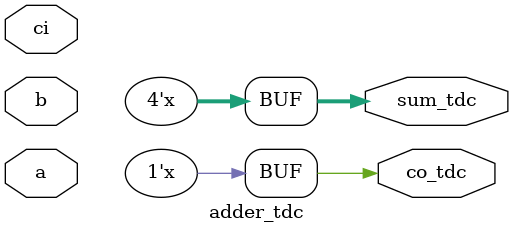
<source format=v>
module adder_tdc (co_tdc, sum_tdc, a, b, ci);
   output co_tdc;
   output [3:0] sum_tdc;
   input [3:0] 	a, b;
   input ci;
   reg co_tdc;
   reg [3:0] sum_tdc;
   reg [4:0] tmp;
   // ...
   always @(a or b or ci) begin
      tmp <= a + b + ci;
      {co_tdc, sum_tdc} <= #12 tmp;
   end
endmodule 

</source>
